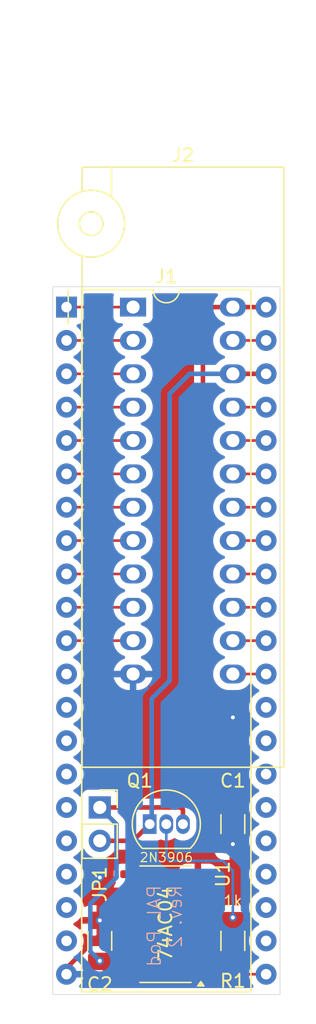
<source format=kicad_pcb>
(kicad_pcb (version 20240108) (generator "pcbnew") (generator_version "8.0")
  (layers (0 "F.Cu" signal) (31 "B.Cu" signal) (34 "B.Paste" user) (35 "F.Paste" user) (36 "B.SilkS" user "B.Silkscreen") (37 "F.SilkS" user "F.Silkscreen") (38 "B.Mask" user) (39 "F.Mask" user) (44 "Edge.Cuts" user))
  (net 0 "")
  (net 1 "GND")
  (net 2 "VCC")
  (net 3 "/ZIF_16")
  (net 4 "/ZIF_36")
  (net 5 "/ZIF_38")
  (net 6 "/ZIF_7")
  (net 7 "/ZIF_29")
  (net 8 "/ZIF_4")
  (net 9 "/ZIF_41")
  (net 10 "/ZIF_2")
  (net 11 "/ZIF_1")
  (net 12 "/ZIF_32")
  (net 13 "/ZIF_25")
  (net 14 "/ZIF_27")
  (net 15 "/ZIF_33")
  (net 16 "/ZIF_24")
  (net 17 "/ZIF_39")
  (net 18 "/ZIF_17")
  (net 19 "/ZIF_37")
  (net 20 "/ZIF_11")
  (net 21 "/ZIF_18")
  (net 22 "/ZIF_28")
  (net 23 "/ZIF_15")
  (net 24 "/ZIF_31")
  (net 25 "/ZIF_23")
  (net 26 "/ZIF_30")
  (net 27 "/ZIF_6")
  (net 28 "/ZIF_34")
  (net 29 "/ZIF_14")
  (net 30 "/ZIF_40")
  (net 31 "/ZIF_35")
  (net 32 "/ZIF_19")
  (net 33 "/ZIF_5")
  (net 34 "/ZIF_12")
  (net 35 "/ZIF_9")
  (net 36 "/ZIF_26")
  (net 37 "/ZIF_20")
  (net 38 "/ZIF_8")
  (net 39 "/ZIF_10")
  (net 40 "/ZIF_22")
  (net 41 "/ZIF_3")
  (net 42 "/ZIF_13")
  (net 43 "Net-(Q1-B)")
  (net 44 "Net-(R1-Pad1)")
  (footprint "Resistor_SMD:R_1206_3216Metric_Pad1.30x1.75mm_HandSolder" (layer "F.Cu") (at 128.27 96.52 90)
    (property "Reference" "R1" (at -3.048 0 180) (layer "F.SilkS"))
    (property "Value" "1k" (at 3.048 0 180) (layer "F.SilkS") (effects (font (size 0.8 0.8) (thickness 0.1))))
    (fp_line (start -0.727064 -0.91) (end 0.727064 -0.91) (stroke (width 0.12)) (layer "F.SilkS"))
    (fp_line (start -0.727064 0.91) (end 0.727064 0.91) (stroke (width 0.12)) (layer "F.SilkS"))
    (pad "1" smd roundrect (at -1.55 0 90) (size 1.3 1.75) (layers "F.Cu" "F.Paste" "F.Mask") (roundrect_rratio 0.192308) (net 44 "Net-(R1-Pad1)"))
    (pad "2" smd roundrect (at 1.55 0 90) (size 1.3 1.75) (layers "F.Cu" "F.Paste" "F.Mask") (roundrect_rratio 0.192308) (net 43 "Net-(Q1-B)"))
  )
  (footprint "Package_DIP:DIP-42_W15.24mm" (layer "F.Cu") (at 115.57 48.26)
    (property "Reference" "J1" (at 7.62 -2.33 0) (layer "F.SilkS"))
    (property "Value" "dupico")
    (fp_line (start 1.16 -1.33) (end 1.16 52.13) (stroke (width 0.12)) (layer "F.SilkS"))
    (fp_line (start 1.16 52.13) (end 14.08 52.13) (stroke (width 0.12)) (layer "F.SilkS"))
    (fp_line (start 6.62 -1.33) (end 1.16 -1.33) (stroke (width 0.12)) (layer "F.SilkS"))
    (fp_line (start 14.08 -1.33) (end 8.62 -1.33) (stroke (width 0.12)) (layer "F.SilkS"))
    (fp_line (start 14.08 52.13) (end 14.08 -1.33) (stroke (width 0.12)) (layer "F.SilkS"))
    (fp_arc (start 8.62 -1.33) (mid 7.62 -0.33) (end 6.62 -1.33) (stroke (width 0.12)) (layer "F.SilkS"))
    (pad "1" thru_hole rect (at 0 0) (size 1.6 1.6) (drill 0.8) (layers "*.Cu" "*.Mask") (net 11 "/ZIF_1"))
    (pad "2" thru_hole oval (at 0 2.54) (size 1.6 1.6) (drill 0.8) (layers "*.Cu" "*.Mask") (net 10 "/ZIF_2"))
    (pad "3" thru_hole oval (at 0 5.08) (size 1.6 1.6) (drill 0.8) (layers "*.Cu" "*.Mask") (net 41 "/ZIF_3"))
    (pad "4" thru_hole oval (at 0 7.62) (size 1.6 1.6) (drill 0.8) (layers "*.Cu" "*.Mask") (net 8 "/ZIF_4"))
    (pad "5" thru_hole oval (at 0 10.16) (size 1.6 1.6) (drill 0.8) (layers "*.Cu" "*.Mask") (net 33 "/ZIF_5"))
    (pad "6" thru_hole oval (at 0 12.7) (size 1.6 1.6) (drill 0.8) (layers "*.Cu" "*.Mask") (net 27 "/ZIF_6"))
    (pad "7" thru_hole oval (at 0 15.24) (size 1.6 1.6) (drill 0.8) (layers "*.Cu" "*.Mask") (net 6 "/ZIF_7"))
    (pad "8" thru_hole oval (at 0 17.78) (size 1.6 1.6) (drill 0.8) (layers "*.Cu" "*.Mask") (net 38 "/ZIF_8"))
    (pad "9" thru_hole oval (at 0 20.32) (size 1.6 1.6) (drill 0.8) (layers "*.Cu" "*.Mask") (net 35 "/ZIF_9"))
    (pad "10" thru_hole oval (at 0 22.86) (size 1.6 1.6) (drill 0.8) (layers "*.Cu" "*.Mask") (net 39 "/ZIF_10"))
    (pad "11" thru_hole oval (at 0 25.4) (size 1.6 1.6) (drill 0.8) (layers "*.Cu" "*.Mask") (net 20 "/ZIF_11"))
    (pad "12" thru_hole oval (at 0 27.94) (size 1.6 1.6) (drill 0.8) (layers "*.Cu" "*.Mask") (net 34 "/ZIF_12"))
    (pad "13" thru_hole oval (at 0 30.48) (size 1.6 1.6) (drill 0.8) (layers "*.Cu" "*.Mask") (net 42 "/ZIF_13"))
    (pad "14" thru_hole oval (at 0 33.02) (size 1.6 1.6) (drill 0.8) (layers "*.Cu" "*.Mask") (net 29 "/ZIF_14"))
    (pad "15" thru_hole oval (at 0 35.56) (size 1.6 1.6) (drill 0.8) (layers "*.Cu" "*.Mask") (net 23 "/ZIF_15"))
    (pad "16" thru_hole oval (at 0 38.1) (size 1.6 1.6) (drill 0.8) (layers "*.Cu" "*.Mask") (net 3 "/ZIF_16"))
    (pad "17" thru_hole oval (at 0 40.64) (size 1.6 1.6) (drill 0.8) (layers "*.Cu" "*.Mask") (net 18 "/ZIF_17"))
    (pad "18" thru_hole oval (at 0 43.18) (size 1.6 1.6) (drill 0.8) (layers "*.Cu" "*.Mask") (net 21 "/ZIF_18"))
    (pad "19" thru_hole oval (at 0 45.72) (size 1.6 1.6) (drill 0.8) (layers "*.Cu" "*.Mask") (net 32 "/ZIF_19"))
    (pad "20" thru_hole oval (at 0 48.26) (size 1.6 1.6) (drill 0.8) (layers "*.Cu" "*.Mask") (net 37 "/ZIF_20"))
    (pad "21" thru_hole oval (at 0 50.8) (size 1.6 1.6) (drill 0.8) (layers "*.Cu" "*.Mask") (net 1 "GND"))
    (pad "22" thru_hole oval (at 15.24 50.8) (size 1.6 1.6) (drill 0.8) (layers "*.Cu" "*.Mask") (net 40 "/ZIF_22"))
    (pad "23" thru_hole oval (at 15.24 48.26) (size 1.6 1.6) (drill 0.8) (layers "*.Cu" "*.Mask") (net 25 "/ZIF_23"))
    (pad "24" thru_hole oval (at 15.24 45.72) (size 1.6 1.6) (drill 0.8) (layers "*.Cu" "*.Mask") (net 16 "/ZIF_24"))
    (pad "25" thru_hole oval (at 15.24 43.18) (size 1.6 1.6) (drill 0.8) (layers "*.Cu" "*.Mask") (net 13 "/ZIF_25"))
    (pad "26" thru_hole oval (at 15.24 40.64) (size 1.6 1.6) (drill 0.8) (layers "*.Cu" "*.Mask") (net 36 "/ZIF_26"))
    (pad "27" thru_hole oval (at 15.24 38.1) (size 1.6 1.6) (drill 0.8) (layers "*.Cu" "*.Mask") (net 14 "/ZIF_27"))
    (pad "28" thru_hole oval (at 15.24 35.56) (size 1.6 1.6) (drill 0.8) (layers "*.Cu" "*.Mask") (net 22 "/ZIF_28"))
    (pad "29" thru_hole oval (at 15.24 33.02) (size 1.6 1.6) (drill 0.8) (layers "*.Cu" "*.Mask") (net 7 "/ZIF_29"))
    (pad "30" thru_hole oval (at 15.24 30.48) (size 1.6 1.6) (drill 0.8) (layers "*.Cu" "*.Mask") (net 26 "/ZIF_30"))
    (pad "31" thru_hole oval (at 15.24 27.94) (size 1.6 1.6) (drill 0.8) (layers "*.Cu" "*.Mask") (net 24 "/ZIF_31"))
    (pad "32" thru_hole oval (at 15.24 25.4) (size 1.6 1.6) (drill 0.8) (layers "*.Cu" "*.Mask") (net 12 "/ZIF_32"))
    (pad "33" thru_hole oval (at 15.24 22.86) (size 1.6 1.6) (drill 0.8) (layers "*.Cu" "*.Mask") (net 15 "/ZIF_33"))
    (pad "34" thru_hole oval (at 15.24 20.32) (size 1.6 1.6) (drill 0.8) (layers "*.Cu" "*.Mask") (net 28 "/ZIF_34"))
    (pad "35" thru_hole oval (at 15.24 17.78) (size 1.6 1.6) (drill 0.8) (layers "*.Cu" "*.Mask") (net 31 "/ZIF_35"))
    (pad "36" thru_hole oval (at 15.24 15.24) (size 1.6 1.6) (drill 0.8) (layers "*.Cu" "*.Mask") (net 4 "/ZIF_36"))
    (pad "37" thru_hole oval (at 15.24 12.7) (size 1.6 1.6) (drill 0.8) (layers "*.Cu" "*.Mask") (net 19 "/ZIF_37"))
    (pad "38" thru_hole oval (at 15.24 10.16) (size 1.6 1.6) (drill 0.8) (layers "*.Cu" "*.Mask") (net 5 "/ZIF_38"))
    (pad "39" thru_hole oval (at 15.24 7.62) (size 1.6 1.6) (drill 0.8) (layers "*.Cu" "*.Mask") (net 17 "/ZIF_39"))
    (pad "40" thru_hole oval (at 15.24 5.08) (size 1.6 1.6) (drill 0.8) (layers "*.Cu" "*.Mask") (net 30 "/ZIF_40"))
    (pad "41" thru_hole oval (at 15.24 2.54) (size 1.6 1.6) (drill 0.8) (layers "*.Cu" "*.Mask") (net 9 "/ZIF_41"))
    (pad "42" thru_hole oval (at 15.24 0) (size 1.6 1.6) (drill 0.8) (layers "*.Cu" "*.Mask") (net 2 "VCC"))
  )
  (footprint "Socket:DIP_Socket-24_W4.3_W5.08_W7.62_W10.16_W10.9_3M_224-5248-00-0602J" (layer "F.Cu") (at 120.65 48.26)
    (property "Reference" "J2" (at 3.81 -11.56 0) (layer "F.SilkS"))
    (property "Value" "GAL")
    (fp_line (start -4.95 1.27) (end -4.95 -1.27) (stroke (width 0.12)) (layer "F.SilkS"))
    (fp_line (start -3.89 -10.66) (end -3.89 -8.8) (stroke (width 0.12)) (layer "F.SilkS"))
    (fp_line (start -3.89 -3.9) (end -3.89 35.04) (stroke (width 0.12)) (layer "F.SilkS"))
    (fp_line (start -3.89 35.04) (end 11.51 35.04) (stroke (width 0.12)) (layer "F.SilkS"))
    (fp_line (start -1.65 -10.66) (end -1.65 -8.4) (stroke (width 0.12)) (layer "F.SilkS"))
    (fp_line (start 11.51 -10.66) (end -3.89 -10.66) (stroke (width 0.12)) (layer "F.SilkS"))
    (fp_line (start 11.51 35.04) (end 11.51 -10.66) (stroke (width 0.12)) (layer "F.SilkS"))
    (fp_circle (center -3.2 -6.35) (end -2.3 -6.35) (stroke (width 0.12)) (fill none) (layer "F.SilkS"))
    (fp_circle (center -3.2 -6.35) (end -0.65 -6.35) (stroke (width 0.12)) (fill none) (layer "F.SilkS"))
    (pad "1" thru_hole rect (at 0 0) (size 2 1.44) (drill 1) (layers "*.Cu" "*.Mask") (net 11 "/ZIF_1"))
    (pad "2" thru_hole oval (at 0 2.54) (size 2 1.44) (drill 1) (layers "*.Cu" "*.Mask") (net 10 "/ZIF_2"))
    (pad "3" thru_hole oval (at 0 5.08) (size 2 1.44) (drill 1) (layers "*.Cu" "*.Mask") (net 41 "/ZIF_3"))
    (pad "4" thru_hole oval (at 0 7.62) (size 2 1.44) (drill 1) (layers "*.Cu" "*.Mask") (net 8 "/ZIF_4"))
    (pad "5" thru_hole oval (at 0 10.16) (size 2 1.44) (drill 1) (layers "*.Cu" "*.Mask") (net 33 "/ZIF_5"))
    (pad "6" thru_hole oval (at 0 12.7) (size 2 1.44) (drill 1) (layers "*.Cu" "*.Mask") (net 27 "/ZIF_6"))
    (pad "7" thru_hole oval (at 0 15.24) (size 2 1.44) (drill 1) (layers "*.Cu" "*.Mask") (net 6 "/ZIF_7"))
    (pad "8" thru_hole oval (at 0 17.78) (size 2 1.44) (drill 1) (layers "*.Cu" "*.Mask") (net 38 "/ZIF_8"))
    (pad "9" thru_hole oval (at 0 20.32) (size 2 1.44) (drill 1) (layers "*.Cu" "*.Mask") (net 35 "/ZIF_9"))
    (pad "10" thru_hole oval (at 0 22.86) (size 2 1.44) (drill 1) (layers "*.Cu" "*.Mask") (net 39 "/ZIF_10"))
    (pad "11" thru_hole oval (at 0 25.4) (size 2 1.44) (drill 1) (layers "*.Cu" "*.Mask") (net 20 "/ZIF_11"))
    (pad "12" thru_hole oval (at 0 27.94) (size 2 1.44) (drill 1) (layers "*.Cu" "*.Mask") (net 1 "GND"))
    (pad "13" thru_hole oval (at 7.62 27.94) (size 2 1.44) (drill 1) (layers "*.Cu" "*.Mask") (net 24 "/ZIF_31"))
    (pad "14" thru_hole oval (at 7.62 25.4) (size 2 1.44) (drill 1) (layers "*.Cu" "*.Mask") (net 12 "/ZIF_32"))
    (pad "15" thru_hole oval (at 7.62 22.86) (size 2 1.44) (drill 1) (layers "*.Cu" "*.Mask") (net 15 "/ZIF_33"))
    (pad "16" thru_hole oval (at 7.62 20.32) (size 2 1.44) (drill 1) (layers "*.Cu" "*.Mask") (net 28 "/ZIF_34"))
    (pad "17" thru_hole oval (at 7.62 17.78) (size 2 1.44) (drill 1) (layers "*.Cu" "*.Mask") (net 31 "/ZIF_35"))
    (pad "18" thru_hole oval (at 7.62 15.24) (size 2 1.44) (drill 1) (layers "*.Cu" "*.Mask") (net 4 "/ZIF_36"))
    (pad "19" thru_hole oval (at 7.62 12.7) (size 2 1.44) (drill 1) (layers "*.Cu" "*.Mask") (net 19 "/ZIF_37"))
    (pad "20" thru_hole oval (at 7.62 10.16) (size 2 1.44) (drill 1) (layers "*.Cu" "*.Mask") (net 5 "/ZIF_38"))
    (pad "21" thru_hole oval (at 7.62 7.62) (size 2 1.44) (drill 1) (layers "*.Cu" "*.Mask") (net 17 "/ZIF_39"))
    (pad "22" thru_hole oval (at 7.62 5.08) (size 2 1.44) (drill 1) (layers "*.Cu" "*.Mask") (net 30 "/ZIF_40"))
    (pad "23" thru_hole oval (at 7.62 2.54) (size 2 1.44) (drill 1) (layers "*.Cu" "*.Mask") (net 9 "/ZIF_41"))
    (pad "24" thru_hole oval (at 7.62 0) (size 2 1.44) (drill 1) (layers "*.Cu" "*.Mask") (net 2 "VCC"))
  )
  (footprint "Package_TO_SOT_THT:TO-92_Inline" (layer "F.Cu") (at 121.92 87.63)
    (property "Reference" "Q1" (at -0.762 -3.302 0) (layer "F.SilkS"))
    (property "Value" "2N3906" (at 1.27 2.54 0) (layer "F.SilkS") (effects (font (size 0.7 0.7) (thickness 0.09))))
    (fp_line (start -0.53 1.85) (end 3.07 1.85) (stroke (width 0.12)) (layer "F.SilkS"))
    (fp_arc (start -0.568478 1.838478) (mid -1.132087 -0.994977) (end 1.27 -2.6) (stroke (width 0.12)) (layer "F.SilkS"))
    (fp_arc (start 1.27 -2.6) (mid 3.672087 -0.994977) (end 3.108478 1.838478) (stroke (width 0.12)) (layer "F.SilkS"))
    (pad "1" thru_hole rect (at 0 0) (size 1.05 1.5) (drill 0.75) (layers "*.Cu" "*.Mask") (net 30 "/ZIF_40"))
    (pad "2" thru_hole oval (at 1.27 0) (size 1.05 1.5) (drill 0.75) (layers "*.Cu" "*.Mask") (net 43 "Net-(Q1-B)"))
    (pad "3" thru_hole oval (at 2.54 0) (size 1.05 1.5) (drill 0.75) (layers "*.Cu" "*.Mask") (net 2 "VCC"))
  )
  (footprint "Package_SO:SO-14_3.9x8.65mm_P1.27mm" (layer "F.Cu") (at 123.125 95.25 180)
    (property "Reference" "U1" (at -4.383 3.81 90) (layer "F.SilkS"))
    (property "Value" "74AC04" (at 0 0 90) (layer "F.SilkS"))
    (fp_line (start 0 4.435) (end 1.95 4.435) (stroke (width 0.12)) (layer "F.SilkS"))
    (fp_line (start 0 4.435) (end -1.95 4.435) (stroke (width 0.12)) (layer "F.SilkS"))
    (fp_line (start 0 -4.435) (end 1.95 -4.435) (stroke (width 0.12)) (layer "F.SilkS"))
    (fp_line (start 0 -4.435) (end -1.95 -4.435) (stroke (width 0.12)) (layer "F.SilkS"))
    (fp_poly (pts (xy -2.7 -4.37) (xy -2.94 -4.7) (xy -2.46 -4.7) (xy -2.7 -4.37)) (stroke (width 0.12)) (fill solid) (layer "F.SilkS"))
    (pad "1" smd roundrect (at -2.475 -3.81 180) (size 1.95 0.6) (layers "F.Cu" "F.Paste" "F.Mask") (net 40 "/ZIF_22"))
    (pad "2" smd roundrect (at -2.475 -2.54 180) (size 1.95 0.6) (layers "F.Cu" "F.Paste" "F.Mask") (net 44 "Net-(R1-Pad1)"))
    (pad "3" smd roundrect (at -2.475 -1.27 180) (size 1.95 0.6) (layers "F.Cu" "F.Paste" "F.Mask") (net 1 "GND"))
    (pad "4" smd roundrect (at -2.475 0 180) (size 1.95 0.6) (layers "F.Cu" "F.Paste" "F.Mask"))
    (pad "5" smd roundrect (at -2.475 1.27 180) (size 1.95 0.6) (layers "F.Cu" "F.Paste" "F.Mask") (net 1 "GND"))
    (pad "6" smd roundrect (at -2.475 2.54 180) (size 1.95 0.6) (layers "F.Cu" "F.Paste" "F.Mask"))
    (pad "7" smd roundrect (at -2.475 3.81 180) (size 1.95 0.6) (layers "F.Cu" "F.Paste" "F.Mask") (net 1 "GND"))
    (pad "8" smd roundrect (at 2.475 3.81 180) (size 1.95 0.6) (layers "F.Cu" "F.Paste" "F.Mask"))
    (pad "9" smd roundrect (at 2.475 2.54 180) (size 1.95 0.6) (layers "F.Cu" "F.Paste" "F.Mask") (net 1 "GND"))
    (pad "10" smd roundrect (at 2.475 1.27 180) (size 1.95 0.6) (layers "F.Cu" "F.Paste" "F.Mask"))
    (pad "11" smd roundrect (at 2.475 0 180) (size 1.95 0.6) (layers "F.Cu" "F.Paste" "F.Mask") (net 1 "GND"))
    (pad "12" smd roundrect (at 2.475 -1.27 180) (size 1.95 0.6) (layers "F.Cu" "F.Paste" "F.Mask"))
    (pad "13" smd roundrect (at 2.475 -2.54 180) (size 1.95 0.6) (layers "F.Cu" "F.Paste" "F.Mask") (net 1 "GND"))
    (pad "14" smd roundrect (at 2.475 -3.81 180) (size 1.95 0.6) (layers "F.Cu" "F.Paste" "F.Mask") (net 2 "VCC"))
  )
  (footprint "Capacitor_SMD:C_1206_3216Metric_Pad1.33x1.80mm_HandSolder" (layer "F.Cu") (at 118.11 96.52 90)
    (property "Reference" "C2" (at -3.302 0 180) (layer "F.SilkS"))
    (property "Value" "100nF")
    (fp_line (start -0.711252 -0.91) (end 0.711252 -0.91) (stroke (width 0.12)) (layer "F.SilkS"))
    (fp_line (start -0.711252 0.91) (end 0.711252 0.91) (stroke (width 0.12)) (layer "F.SilkS"))
    (pad "1" smd roundrect (at -1.5625 0 90) (size 1.325 1.8) (layers "F.Cu" "F.Paste" "F.Mask") (roundrect_rratio 0.188679) (net 2 "VCC"))
    (pad "2" smd roundrect (at 1.5625 0 90) (size 1.325 1.8) (layers "F.Cu" "F.Paste" "F.Mask") (roundrect_rratio 0.188679) (net 1 "GND"))
  )
  (footprint "Capacitor_SMD:C_1206_3216Metric_Pad1.33x1.80mm_HandSolder" (layer "F.Cu") (at 128.27 87.63 -90)
    (property "Reference" "C1" (at -3.302 0 180) (layer "F.SilkS"))
    (property "Value" "100nF")
    (fp_line (start -0.711252 0.91) (end 0.711252 0.91) (stroke (width 0.12)) (layer "F.SilkS"))
    (fp_line (start -0.711252 -0.91) (end 0.711252 -0.91) (stroke (width 0.12)) (layer "F.SilkS"))
    (pad "1" smd roundrect (at -1.5625 0 270) (size 1.325 1.8) (layers "F.Cu" "F.Paste" "F.Mask") (roundrect_rratio 0.188679) (net 2 "VCC"))
    (pad "2" smd roundrect (at 1.5625 0 270) (size 1.325 1.8) (layers "F.Cu" "F.Paste" "F.Mask") (roundrect_rratio 0.188679) (net 1 "GND"))
  )
  (footprint "Connector_PinSocket_2.54mm:PinSocket_1x02_P2.54mm_Vertical" (layer "F.Cu") (at 118.11 86.36)
    (property "Reference" "JP1" (at 0 5.842 90) (layer "F.SilkS"))
    (property "Value" "Force VCC")
    (fp_line (start -1.33 1.27) (end -1.33 3.87) (stroke (width 0.12)) (layer "F.SilkS"))
    (fp_line (start -1.33 1.27) (end 1.33 1.27) (stroke (width 0.12)) (layer "F.SilkS"))
    (fp_line (start -1.33 3.87) (end 1.33 3.87) (stroke (width 0.12)) (layer "F.SilkS"))
    (fp_line (start 0 -1.33) (end 1.33 -1.33) (stroke (width 0.12)) (layer "F.SilkS"))
    (fp_line (start 1.33 -1.33) (end 1.33 0) (stroke (width 0.12)) (layer "F.SilkS"))
    (fp_line (start 1.33 1.27) (end 1.33 3.87) (stroke (width 0.12)) (layer "F.SilkS"))
    (pad "1" thru_hole rect (at 0 0) (size 1.7 1.7) (drill 1) (layers "*.Cu" "*.Mask") (net 2 "VCC"))
    (pad "2" thru_hole oval (at 0 2.54) (size 1.7 1.7) (drill 1) (layers "*.Cu" "*.Mask") (net 30 "/ZIF_40"))
  )
  (gr_line (start 114.52 46.71) (end 114.52 100.61) (stroke (width 0.05)) (layer "Edge.Cuts"))
  (gr_line (start 131.87 100.61) (end 114.52 100.61) (stroke (width 0.05)) (layer "Edge.Cuts"))
  (gr_line (start 131.87 100.61) (end 131.87 46.71) (stroke (width 0.05)) (layer "Edge.Cuts"))
  (gr_line (start 114.52 46.71) (end 131.87 46.71) (stroke (width 0.05)) (layer "Edge.Cuts"))
  (gr_text "PAL Pod\nRev. 2" (at 124.46 92.202 90) (layer "B.SilkS") (effects (font (size 1 1) (thickness 0.1)) (justify left bottom mirror)))
  (segment (start 118.11 94.9575) (end 118.11 91.694) (width 0.35) (layer "F.Cu") (net 1))
  (segment (start 128.27 90.424) (end 127.254 91.44) (width 0.35) (layer "F.Cu") (net 1))
  (segment (start 118.11 94.9575) (end 118.11 96.058478) (width 0.35) (layer "F.Cu") (net 1))
  (segment (start 118.4025 95.25) (end 118.11 94.9575) (width 0.35) (layer "F.Cu") (net 1))
  (segment (start 123.698 92.71) (end 123.698 92.456) (width 0.35) (layer "F.Cu") (net 1))
  (segment (start 123.698 94.742) (end 123.698 93.98) (width 0.35) (layer "F.Cu") (net 1))
  (segment (start 123.19 97.79) (end 123.698 97.282) (width 0.35) (layer "F.Cu") (net 1))
  (segment (start 127.254 91.44) (end 125.6 91.44) (width 0.35) (layer "F.Cu") (net 1))
  (segment (start 120.65 97.79) (end 123.19 97.79) (width 0.35) (layer "F.Cu") (net 1))
  (segment (start 123.698 92.456) (end 124.714 91.44) (width 0.35) (layer "F.Cu") (net 1))
  (segment (start 120.65 95.25) (end 123.698 95.25) (width 0.35) (layer "F.Cu") (net 1))
  (segment (start 123.698 93.98) (end 123.698 92.71) (width 0.35) (layer "F.Cu") (net 1))
  (segment (start 125.6 93.98) (end 123.698 93.98) (width 0.35) (layer "F.Cu") (net 1))
  (segment (start 123.698 97.282) (end 123.698 94.742) (width 0.35) (layer "F.Cu") (net 1))
  (segment (start 120.65 92.71) (end 123.698 92.71) (width 0.35) (layer "F.Cu") (net 1))
  (segment (start 123.698 95.25) (end 123.698 94.742) (width 0.35) (layer "F.Cu") (net 1))
  (segment (start 124.714 91.44) (end 125.6 91.44) (width 0.35) (layer "F.Cu") (net 1))
  (segment (start 124.625001 96.52) (end 123.698 95.592999) (width 0.35) (layer "F.Cu") (net 1))
  (segment (start 115.57 98.598478) (end 115.57 99.06) (width 0.35) (layer "F.Cu") (net 1))
  (segment (start 123.698 95.592999) (end 123.698 95.25) (width 0.35) (layer "F.Cu") (net 1))
  (segment (start 118.11 96.058478) (end 115.57 98.598478) (width 0.35) (layer "F.Cu") (net 1))
  (segment (start 120.65 95.25) (end 118.4025 95.25) (width 0.35) (layer "F.Cu") (net 1))
  (segment (start 128.27 89.154) (end 128.27 90.424) (width 0.35) (layer "F.Cu") (net 1))
  (segment (start 125.6 96.52) (end 124.625001 96.52) (width 0.35) (layer "F.Cu") (net 1))
  (segment (start 128.27 89.1925) (end 128.27 89.154) (width 0.35) (layer "F.Cu") (net 1))
  (via (at 118.11 91.694) (size 0.6) (drill 0.3) (layers "F.Cu" "B.Cu") (net 1))
  (via (at 128.27 79.502) (size 0.6) (drill 0.3) (layers "F.Cu" "B.Cu") (net 1))
  (via (at 118.11 94.9575) (size 0.6) (drill 0.3) (layers "F.Cu" "B.Cu") (net 1))
  (via (at 128.27 89.154) (size 0.6) (drill 0.3) (layers "F.Cu" "B.Cu") (net 1))
  (segment (start 128.27 89.154) (end 128.27 79.502) (width 0.35) (layer "B.Cu") (net 1))
  (segment (start 120.65 76.2) (end 120.65 94.234) (width 0.35) (layer "B.Cu") (net 1))
  (segment (start 120.65 94.234) (end 119.9265 94.9575) (width 0.35) (layer "B.Cu") (net 1))
  (segment (start 119.9265 94.9575) (end 118.11 94.9575) (width 0.35) (layer "B.Cu") (net 1))
  (segment (start 118.11 98.044) (end 118.11 98.298) (width 0.35) (layer "F.Cu") (net 2))
  (segment (start 128.27 48.26) (end 130.81 48.26) (width 0.35) (layer "F.Cu") (net 2))
  (segment (start 125.984 81.026) (end 127.508 82.55) (width 0.35) (layer "F.Cu") (net 2))
  (segment (start 126.746 48.26) (end 125.984 49.022) (width 0.35) (layer "F.Cu") (net 2))
  (segment (start 127.508 82.55) (end 127.508 83.058) (width 0.35) (layer "F.Cu") (net 2))
  (segment (start 118.11 86.36) (end 123.952 86.36) (width 0.35) (layer "F.Cu") (net 2))
  (segment (start 124.2445 86.0675) (end 128.27 86.0675) (width 0.35) (layer "F.Cu") (net 2))
  (segment (start 123.952 86.36) (end 124.29 86.36) (width 0.35) (layer "F.Cu") (net 2))
  (segment (start 118.872 99.06) (end 120.65 99.06) (width 0.35) (layer "F.Cu") (net 2))
  (segment (start 128.27 83.82) (end 128.27 86.0675) (width 0.35) (layer "F.Cu") (net 2))
  (segment (start 123.952 86.36) (end 124.2445 86.0675) (width 0.35) (layer "F.Cu") (net 2))
  (segment (start 124.29 86.36) (end 124.46 86.53) (width 0.35) (layer "F.Cu") (net 2))
  (segment (start 118.11 98.298) (end 118.872 99.06) (width 0.35) (layer "F.Cu") (net 2))
  (segment (start 118.11 98.0825) (end 118.11 98.044) (width 0.35) (layer "F.Cu") (net 2))
  (segment (start 124.46 86.53) (end 124.46 87.63) (width 0.35) (layer "F.Cu") (net 2))
  (segment (start 125.984 49.022) (end 125.984 81.026) (width 0.35) (layer "F.Cu") (net 2))
  (segment (start 127.508 83.058) (end 128.27 83.82) (width 0.35) (layer "F.Cu") (net 2))
  (segment (start 128.27 48.26) (end 126.746 48.26) (width 0.35) (layer "F.Cu") (net 2))
  (via (at 118.11 98.044) (size 0.6) (drill 0.3) (layers "F.Cu" "B.Cu") (net 2))
  (segment (start 118.11 98.044) (end 117.385 97.319) (width 0.35) (layer "B.Cu") (net 2))
  (segment (start 119.385 91.689) (end 119.385 87.635) (width 0.35) (layer "B.Cu") (net 2))
  (segment (start 117.385 97.319) (end 117.385 93.689) (width 0.35) (layer "B.Cu") (net 2))
  (segment (start 117.385 93.689) (end 119.385 91.689) (width 0.35) (layer "B.Cu") (net 2))
  (segment (start 119.385 87.635) (end 118.11 86.36) (width 0.35) (layer "B.Cu") (net 2))
  (segment (start 128.27 63.5) (end 130.81 63.5) (width 0.2) (layer "F.Cu") (net 4))
  (segment (start 128.27 58.42) (end 130.81 58.42) (width 0.2) (layer "F.Cu") (net 5))
  (segment (start 120.65 63.5) (end 115.57 63.5) (width 0.2) (layer "F.Cu") (net 6))
  (segment (start 120.65 55.88) (end 115.57 55.88) (width 0.2) (layer "F.Cu") (net 8))
  (segment (start 128.27 50.8) (end 130.81 50.8) (width 0.2) (layer "F.Cu") (net 9))
  (segment (start 120.65 50.8) (end 115.57 50.8) (width 0.2) (layer "F.Cu") (net 10))
  (segment (start 120.65 48.26) (end 115.57 48.26) (width 0.2) (layer "F.Cu") (net 11))
  (segment (start 128.27 73.66) (end 130.81 73.66) (width 0.2) (layer "F.Cu") (net 12))
  (segment (start 128.27 71.12) (end 130.81 71.12) (width 0.2) (layer "F.Cu") (net 15))
  (segment (start 128.27 55.88) (end 130.81 55.88) (width 0.2) (layer "F.Cu") (net 17))
  (segment (start 128.27 60.96) (end 130.81 60.96) (width 0.2) (layer "F.Cu") (net 19))
  (segment (start 120.65 73.66) (end 115.57 73.66) (width 0.2) (layer "F.Cu") (net 20))
  (segment (start 128.27 76.2) (end 130.81 76.2) (width 0.2) (layer "F.Cu") (net 24))
  (segment (start 120.65 60.96) (end 115.57 60.96) (width 0.2) (layer "F.Cu") (net 27))
  (segment (start 128.27 68.58) (end 130.81 68.58) (width 0.2) (layer "F.Cu") (net 28))
  (segment (start 120.65 88.9) (end 121.92 87.63) (width 0.35) (layer "F.Cu") (net 30))
  (segment (start 118.11 88.9) (end 120.65 88.9) (width 0.35) (layer "F.Cu") (net 30))
  (segment (start 128.27 53.34) (end 130.81 53.34) (width 0.35) (layer "F.Cu") (net 30))
  (segment (start 122.075 78.077) (end 123.444 76.708) (width 0.35) (layer "B.Cu") (net 30))
  (segment (start 124.968 53.34) (end 128.27 53.34) (width 0.35) (layer "B.Cu") (net 30))
  (segment (start 121.92 87.63) (end 122.075 87.475) (width 0.35) (layer "B.Cu") (net 30))
  (segment (start 122.075 87.475) (end 122.075 78.077) (width 0.35) (layer "B.Cu") (net 30))
  (segment (start 123.444 76.708) (end 123.444 54.864) (width 0.35) (layer "B.Cu") (net 30))
  (segment (start 123.444 54.864) (end 124.968 53.34) (width 0.35) (layer "B.Cu") (net 30))
  (segment (start 128.27 66.04) (end 130.81 66.04) (width 0.2) (layer "F.Cu") (net 31))
  (segment (start 120.65 58.42) (end 115.57 58.42) (width 0.2) (layer "F.Cu") (net 33))
  (segment (start 120.65 68.58) (end 115.57 68.58) (width 0.2) (layer "F.Cu") (net 35))
  (segment (start 120.65 66.04) (end 115.57 66.04) (width 0.2) (layer "F.Cu") (net 38))
  (segment (start 120.65 71.12) (end 115.57 71.12) (width 0.2) (layer "F.Cu") (net 39))
  (segment (start 125.6 99.06) (end 130.81 99.06) (width 0.2) (layer "F.Cu") (net 40))
  (segment (start 120.65 53.34) (end 115.57 53.34) (width 0.2) (layer "F.Cu") (net 41))
  (segment (start 128.27 94.97) (end 128.27 94.742) (width 0.2) (layer "F.Cu") (net 43))
  (via (at 128.27 94.742) (size 0.6) (drill 0.3) (layers "F.Cu" "B.Cu") (net 43))
  (segment (start 128.27 94.742) (end 128.27 91.186) (width 0.2) (layer "B.Cu") (net 43))
  (segment (start 123.444 90.424) (end 123.19 90.17) (width 0.2) (layer "B.Cu") (net 43))
  (segment (start 123.19 90.17) (end 123.19 87.63) (width 0.2) (layer "B.Cu") (net 43))
  (segment (start 128.27 91.186) (end 127.508 90.424) (width 0.2) (layer "B.Cu") (net 43))
  (segment (start 127.508 90.424) (end 123.444 90.424) (width 0.2) (layer "B.Cu") (net 43))
  (segment (start 127.534 98.07) (end 127.254 97.79) (width 0.2) (layer "F.Cu") (net 44))
  (segment (start 127.254 97.79) (end 125.6 97.79) (width 0.2) (layer "F.Cu") (net 44))
  (segment (start 128.27 98.07) (end 127.534 98.07) (width 0.2) (layer "F.Cu") (net 44))
  (zone (net 1) (net_name "GND") (layers "F&B.Cu") (connect_pads (clearance 0.5)) (min_thickness 0.25) (fill yes (thermal_gap 0.5) (thermal_bridge_width 0.5))
    (polygon (pts (xy 110.49 43.18) (xy 134.62 43.18) (xy 134.62 102.87) (xy 110.49 102.87)))
  )
)
</source>
